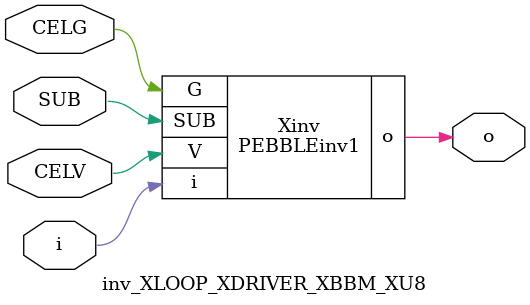
<source format=v>



module PEBBLEinv1 ( o, G, SUB, V, i );

  input V;
  input i;
  input G;
  output o;
  input SUB;
endmodule

//Celera Confidential Do Not Copy inv_XLOOP_XDRIVER_XBBM_XU8
//Celera Confidential Symbol Generator
//5V Inverter
module inv_XLOOP_XDRIVER_XBBM_XU8 (CELV,CELG,i,o,SUB);
input CELV;
input CELG;
input i;
input SUB;
output o;

//Celera Confidential Do Not Copy inv
PEBBLEinv1 Xinv(
.V (CELV),
.i (i),
.o (o),
.SUB (SUB),
.G (CELG)
);
//,diesize,PEBBLEinv1

//Celera Confidential Do Not Copy Module End
//Celera Schematic Generator
endmodule

</source>
